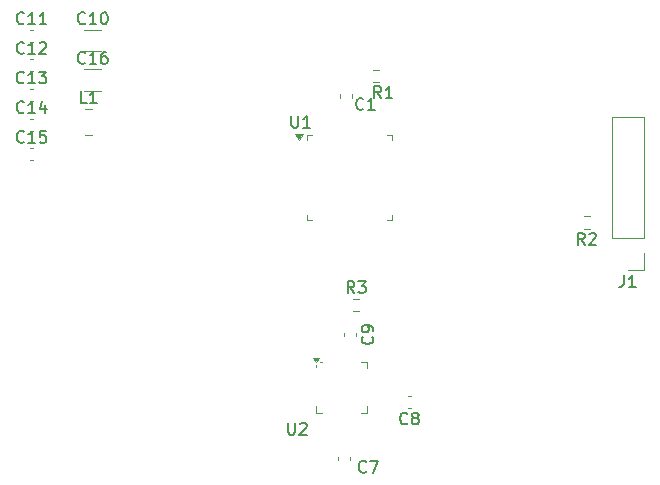
<source format=gbr>
%TF.GenerationSoftware,KiCad,Pcbnew,9.0.6*%
%TF.CreationDate,2025-12-28T22:24:58-08:00*%
%TF.ProjectId,neodrone-v1,6e656f64-726f-46e6-952d-76312e6b6963,rev?*%
%TF.SameCoordinates,Original*%
%TF.FileFunction,Legend,Top*%
%TF.FilePolarity,Positive*%
%FSLAX46Y46*%
G04 Gerber Fmt 4.6, Leading zero omitted, Abs format (unit mm)*
G04 Created by KiCad (PCBNEW 9.0.6) date 2025-12-28 22:24:58*
%MOMM*%
%LPD*%
G01*
G04 APERTURE LIST*
%ADD10C,0.150000*%
%ADD11C,0.120000*%
G04 APERTURE END LIST*
D10*
X154608333Y-84954819D02*
X154275000Y-84478628D01*
X154036905Y-84954819D02*
X154036905Y-83954819D01*
X154036905Y-83954819D02*
X154417857Y-83954819D01*
X154417857Y-83954819D02*
X154513095Y-84002438D01*
X154513095Y-84002438D02*
X154560714Y-84050057D01*
X154560714Y-84050057D02*
X154608333Y-84145295D01*
X154608333Y-84145295D02*
X154608333Y-84288152D01*
X154608333Y-84288152D02*
X154560714Y-84383390D01*
X154560714Y-84383390D02*
X154513095Y-84431009D01*
X154513095Y-84431009D02*
X154417857Y-84478628D01*
X154417857Y-84478628D02*
X154036905Y-84478628D01*
X155560714Y-84954819D02*
X154989286Y-84954819D01*
X155275000Y-84954819D02*
X155275000Y-83954819D01*
X155275000Y-83954819D02*
X155179762Y-84097676D01*
X155179762Y-84097676D02*
X155084524Y-84192914D01*
X155084524Y-84192914D02*
X154989286Y-84240533D01*
X147013095Y-86454819D02*
X147013095Y-87264342D01*
X147013095Y-87264342D02*
X147060714Y-87359580D01*
X147060714Y-87359580D02*
X147108333Y-87407200D01*
X147108333Y-87407200D02*
X147203571Y-87454819D01*
X147203571Y-87454819D02*
X147394047Y-87454819D01*
X147394047Y-87454819D02*
X147489285Y-87407200D01*
X147489285Y-87407200D02*
X147536904Y-87359580D01*
X147536904Y-87359580D02*
X147584523Y-87264342D01*
X147584523Y-87264342D02*
X147584523Y-86454819D01*
X148584523Y-87454819D02*
X148013095Y-87454819D01*
X148298809Y-87454819D02*
X148298809Y-86454819D01*
X148298809Y-86454819D02*
X148203571Y-86597676D01*
X148203571Y-86597676D02*
X148108333Y-86692914D01*
X148108333Y-86692914D02*
X148013095Y-86740533D01*
X153108333Y-85859580D02*
X153060714Y-85907200D01*
X153060714Y-85907200D02*
X152917857Y-85954819D01*
X152917857Y-85954819D02*
X152822619Y-85954819D01*
X152822619Y-85954819D02*
X152679762Y-85907200D01*
X152679762Y-85907200D02*
X152584524Y-85811961D01*
X152584524Y-85811961D02*
X152536905Y-85716723D01*
X152536905Y-85716723D02*
X152489286Y-85526247D01*
X152489286Y-85526247D02*
X152489286Y-85383390D01*
X152489286Y-85383390D02*
X152536905Y-85192914D01*
X152536905Y-85192914D02*
X152584524Y-85097676D01*
X152584524Y-85097676D02*
X152679762Y-85002438D01*
X152679762Y-85002438D02*
X152822619Y-84954819D01*
X152822619Y-84954819D02*
X152917857Y-84954819D01*
X152917857Y-84954819D02*
X153060714Y-85002438D01*
X153060714Y-85002438D02*
X153108333Y-85050057D01*
X154060714Y-85954819D02*
X153489286Y-85954819D01*
X153775000Y-85954819D02*
X153775000Y-84954819D01*
X153775000Y-84954819D02*
X153679762Y-85097676D01*
X153679762Y-85097676D02*
X153584524Y-85192914D01*
X153584524Y-85192914D02*
X153489286Y-85240533D01*
X129670833Y-85404819D02*
X129194643Y-85404819D01*
X129194643Y-85404819D02*
X129194643Y-84404819D01*
X130527976Y-85404819D02*
X129956548Y-85404819D01*
X130242262Y-85404819D02*
X130242262Y-84404819D01*
X130242262Y-84404819D02*
X130147024Y-84547676D01*
X130147024Y-84547676D02*
X130051786Y-84642914D01*
X130051786Y-84642914D02*
X129956548Y-84690533D01*
X129544642Y-81959580D02*
X129497023Y-82007200D01*
X129497023Y-82007200D02*
X129354166Y-82054819D01*
X129354166Y-82054819D02*
X129258928Y-82054819D01*
X129258928Y-82054819D02*
X129116071Y-82007200D01*
X129116071Y-82007200D02*
X129020833Y-81911961D01*
X129020833Y-81911961D02*
X128973214Y-81816723D01*
X128973214Y-81816723D02*
X128925595Y-81626247D01*
X128925595Y-81626247D02*
X128925595Y-81483390D01*
X128925595Y-81483390D02*
X128973214Y-81292914D01*
X128973214Y-81292914D02*
X129020833Y-81197676D01*
X129020833Y-81197676D02*
X129116071Y-81102438D01*
X129116071Y-81102438D02*
X129258928Y-81054819D01*
X129258928Y-81054819D02*
X129354166Y-81054819D01*
X129354166Y-81054819D02*
X129497023Y-81102438D01*
X129497023Y-81102438D02*
X129544642Y-81150057D01*
X130497023Y-82054819D02*
X129925595Y-82054819D01*
X130211309Y-82054819D02*
X130211309Y-81054819D01*
X130211309Y-81054819D02*
X130116071Y-81197676D01*
X130116071Y-81197676D02*
X130020833Y-81292914D01*
X130020833Y-81292914D02*
X129925595Y-81340533D01*
X131354166Y-81054819D02*
X131163690Y-81054819D01*
X131163690Y-81054819D02*
X131068452Y-81102438D01*
X131068452Y-81102438D02*
X131020833Y-81150057D01*
X131020833Y-81150057D02*
X130925595Y-81292914D01*
X130925595Y-81292914D02*
X130877976Y-81483390D01*
X130877976Y-81483390D02*
X130877976Y-81864342D01*
X130877976Y-81864342D02*
X130925595Y-81959580D01*
X130925595Y-81959580D02*
X130973214Y-82007200D01*
X130973214Y-82007200D02*
X131068452Y-82054819D01*
X131068452Y-82054819D02*
X131258928Y-82054819D01*
X131258928Y-82054819D02*
X131354166Y-82007200D01*
X131354166Y-82007200D02*
X131401785Y-81959580D01*
X131401785Y-81959580D02*
X131449404Y-81864342D01*
X131449404Y-81864342D02*
X131449404Y-81626247D01*
X131449404Y-81626247D02*
X131401785Y-81531009D01*
X131401785Y-81531009D02*
X131354166Y-81483390D01*
X131354166Y-81483390D02*
X131258928Y-81435771D01*
X131258928Y-81435771D02*
X131068452Y-81435771D01*
X131068452Y-81435771D02*
X130973214Y-81483390D01*
X130973214Y-81483390D02*
X130925595Y-81531009D01*
X130925595Y-81531009D02*
X130877976Y-81626247D01*
X124364642Y-88649580D02*
X124317023Y-88697200D01*
X124317023Y-88697200D02*
X124174166Y-88744819D01*
X124174166Y-88744819D02*
X124078928Y-88744819D01*
X124078928Y-88744819D02*
X123936071Y-88697200D01*
X123936071Y-88697200D02*
X123840833Y-88601961D01*
X123840833Y-88601961D02*
X123793214Y-88506723D01*
X123793214Y-88506723D02*
X123745595Y-88316247D01*
X123745595Y-88316247D02*
X123745595Y-88173390D01*
X123745595Y-88173390D02*
X123793214Y-87982914D01*
X123793214Y-87982914D02*
X123840833Y-87887676D01*
X123840833Y-87887676D02*
X123936071Y-87792438D01*
X123936071Y-87792438D02*
X124078928Y-87744819D01*
X124078928Y-87744819D02*
X124174166Y-87744819D01*
X124174166Y-87744819D02*
X124317023Y-87792438D01*
X124317023Y-87792438D02*
X124364642Y-87840057D01*
X125317023Y-88744819D02*
X124745595Y-88744819D01*
X125031309Y-88744819D02*
X125031309Y-87744819D01*
X125031309Y-87744819D02*
X124936071Y-87887676D01*
X124936071Y-87887676D02*
X124840833Y-87982914D01*
X124840833Y-87982914D02*
X124745595Y-88030533D01*
X126221785Y-87744819D02*
X125745595Y-87744819D01*
X125745595Y-87744819D02*
X125697976Y-88221009D01*
X125697976Y-88221009D02*
X125745595Y-88173390D01*
X125745595Y-88173390D02*
X125840833Y-88125771D01*
X125840833Y-88125771D02*
X126078928Y-88125771D01*
X126078928Y-88125771D02*
X126174166Y-88173390D01*
X126174166Y-88173390D02*
X126221785Y-88221009D01*
X126221785Y-88221009D02*
X126269404Y-88316247D01*
X126269404Y-88316247D02*
X126269404Y-88554342D01*
X126269404Y-88554342D02*
X126221785Y-88649580D01*
X126221785Y-88649580D02*
X126174166Y-88697200D01*
X126174166Y-88697200D02*
X126078928Y-88744819D01*
X126078928Y-88744819D02*
X125840833Y-88744819D01*
X125840833Y-88744819D02*
X125745595Y-88697200D01*
X125745595Y-88697200D02*
X125697976Y-88649580D01*
X124364642Y-86139580D02*
X124317023Y-86187200D01*
X124317023Y-86187200D02*
X124174166Y-86234819D01*
X124174166Y-86234819D02*
X124078928Y-86234819D01*
X124078928Y-86234819D02*
X123936071Y-86187200D01*
X123936071Y-86187200D02*
X123840833Y-86091961D01*
X123840833Y-86091961D02*
X123793214Y-85996723D01*
X123793214Y-85996723D02*
X123745595Y-85806247D01*
X123745595Y-85806247D02*
X123745595Y-85663390D01*
X123745595Y-85663390D02*
X123793214Y-85472914D01*
X123793214Y-85472914D02*
X123840833Y-85377676D01*
X123840833Y-85377676D02*
X123936071Y-85282438D01*
X123936071Y-85282438D02*
X124078928Y-85234819D01*
X124078928Y-85234819D02*
X124174166Y-85234819D01*
X124174166Y-85234819D02*
X124317023Y-85282438D01*
X124317023Y-85282438D02*
X124364642Y-85330057D01*
X125317023Y-86234819D02*
X124745595Y-86234819D01*
X125031309Y-86234819D02*
X125031309Y-85234819D01*
X125031309Y-85234819D02*
X124936071Y-85377676D01*
X124936071Y-85377676D02*
X124840833Y-85472914D01*
X124840833Y-85472914D02*
X124745595Y-85520533D01*
X126174166Y-85568152D02*
X126174166Y-86234819D01*
X125936071Y-85187200D02*
X125697976Y-85901485D01*
X125697976Y-85901485D02*
X126317023Y-85901485D01*
X124364642Y-83629580D02*
X124317023Y-83677200D01*
X124317023Y-83677200D02*
X124174166Y-83724819D01*
X124174166Y-83724819D02*
X124078928Y-83724819D01*
X124078928Y-83724819D02*
X123936071Y-83677200D01*
X123936071Y-83677200D02*
X123840833Y-83581961D01*
X123840833Y-83581961D02*
X123793214Y-83486723D01*
X123793214Y-83486723D02*
X123745595Y-83296247D01*
X123745595Y-83296247D02*
X123745595Y-83153390D01*
X123745595Y-83153390D02*
X123793214Y-82962914D01*
X123793214Y-82962914D02*
X123840833Y-82867676D01*
X123840833Y-82867676D02*
X123936071Y-82772438D01*
X123936071Y-82772438D02*
X124078928Y-82724819D01*
X124078928Y-82724819D02*
X124174166Y-82724819D01*
X124174166Y-82724819D02*
X124317023Y-82772438D01*
X124317023Y-82772438D02*
X124364642Y-82820057D01*
X125317023Y-83724819D02*
X124745595Y-83724819D01*
X125031309Y-83724819D02*
X125031309Y-82724819D01*
X125031309Y-82724819D02*
X124936071Y-82867676D01*
X124936071Y-82867676D02*
X124840833Y-82962914D01*
X124840833Y-82962914D02*
X124745595Y-83010533D01*
X125650357Y-82724819D02*
X126269404Y-82724819D01*
X126269404Y-82724819D02*
X125936071Y-83105771D01*
X125936071Y-83105771D02*
X126078928Y-83105771D01*
X126078928Y-83105771D02*
X126174166Y-83153390D01*
X126174166Y-83153390D02*
X126221785Y-83201009D01*
X126221785Y-83201009D02*
X126269404Y-83296247D01*
X126269404Y-83296247D02*
X126269404Y-83534342D01*
X126269404Y-83534342D02*
X126221785Y-83629580D01*
X126221785Y-83629580D02*
X126174166Y-83677200D01*
X126174166Y-83677200D02*
X126078928Y-83724819D01*
X126078928Y-83724819D02*
X125793214Y-83724819D01*
X125793214Y-83724819D02*
X125697976Y-83677200D01*
X125697976Y-83677200D02*
X125650357Y-83629580D01*
X124364642Y-81119580D02*
X124317023Y-81167200D01*
X124317023Y-81167200D02*
X124174166Y-81214819D01*
X124174166Y-81214819D02*
X124078928Y-81214819D01*
X124078928Y-81214819D02*
X123936071Y-81167200D01*
X123936071Y-81167200D02*
X123840833Y-81071961D01*
X123840833Y-81071961D02*
X123793214Y-80976723D01*
X123793214Y-80976723D02*
X123745595Y-80786247D01*
X123745595Y-80786247D02*
X123745595Y-80643390D01*
X123745595Y-80643390D02*
X123793214Y-80452914D01*
X123793214Y-80452914D02*
X123840833Y-80357676D01*
X123840833Y-80357676D02*
X123936071Y-80262438D01*
X123936071Y-80262438D02*
X124078928Y-80214819D01*
X124078928Y-80214819D02*
X124174166Y-80214819D01*
X124174166Y-80214819D02*
X124317023Y-80262438D01*
X124317023Y-80262438D02*
X124364642Y-80310057D01*
X125317023Y-81214819D02*
X124745595Y-81214819D01*
X125031309Y-81214819D02*
X125031309Y-80214819D01*
X125031309Y-80214819D02*
X124936071Y-80357676D01*
X124936071Y-80357676D02*
X124840833Y-80452914D01*
X124840833Y-80452914D02*
X124745595Y-80500533D01*
X125697976Y-80310057D02*
X125745595Y-80262438D01*
X125745595Y-80262438D02*
X125840833Y-80214819D01*
X125840833Y-80214819D02*
X126078928Y-80214819D01*
X126078928Y-80214819D02*
X126174166Y-80262438D01*
X126174166Y-80262438D02*
X126221785Y-80310057D01*
X126221785Y-80310057D02*
X126269404Y-80405295D01*
X126269404Y-80405295D02*
X126269404Y-80500533D01*
X126269404Y-80500533D02*
X126221785Y-80643390D01*
X126221785Y-80643390D02*
X125650357Y-81214819D01*
X125650357Y-81214819D02*
X126269404Y-81214819D01*
X124364642Y-78609580D02*
X124317023Y-78657200D01*
X124317023Y-78657200D02*
X124174166Y-78704819D01*
X124174166Y-78704819D02*
X124078928Y-78704819D01*
X124078928Y-78704819D02*
X123936071Y-78657200D01*
X123936071Y-78657200D02*
X123840833Y-78561961D01*
X123840833Y-78561961D02*
X123793214Y-78466723D01*
X123793214Y-78466723D02*
X123745595Y-78276247D01*
X123745595Y-78276247D02*
X123745595Y-78133390D01*
X123745595Y-78133390D02*
X123793214Y-77942914D01*
X123793214Y-77942914D02*
X123840833Y-77847676D01*
X123840833Y-77847676D02*
X123936071Y-77752438D01*
X123936071Y-77752438D02*
X124078928Y-77704819D01*
X124078928Y-77704819D02*
X124174166Y-77704819D01*
X124174166Y-77704819D02*
X124317023Y-77752438D01*
X124317023Y-77752438D02*
X124364642Y-77800057D01*
X125317023Y-78704819D02*
X124745595Y-78704819D01*
X125031309Y-78704819D02*
X125031309Y-77704819D01*
X125031309Y-77704819D02*
X124936071Y-77847676D01*
X124936071Y-77847676D02*
X124840833Y-77942914D01*
X124840833Y-77942914D02*
X124745595Y-77990533D01*
X126269404Y-78704819D02*
X125697976Y-78704819D01*
X125983690Y-78704819D02*
X125983690Y-77704819D01*
X125983690Y-77704819D02*
X125888452Y-77847676D01*
X125888452Y-77847676D02*
X125793214Y-77942914D01*
X125793214Y-77942914D02*
X125697976Y-77990533D01*
X129544642Y-78609580D02*
X129497023Y-78657200D01*
X129497023Y-78657200D02*
X129354166Y-78704819D01*
X129354166Y-78704819D02*
X129258928Y-78704819D01*
X129258928Y-78704819D02*
X129116071Y-78657200D01*
X129116071Y-78657200D02*
X129020833Y-78561961D01*
X129020833Y-78561961D02*
X128973214Y-78466723D01*
X128973214Y-78466723D02*
X128925595Y-78276247D01*
X128925595Y-78276247D02*
X128925595Y-78133390D01*
X128925595Y-78133390D02*
X128973214Y-77942914D01*
X128973214Y-77942914D02*
X129020833Y-77847676D01*
X129020833Y-77847676D02*
X129116071Y-77752438D01*
X129116071Y-77752438D02*
X129258928Y-77704819D01*
X129258928Y-77704819D02*
X129354166Y-77704819D01*
X129354166Y-77704819D02*
X129497023Y-77752438D01*
X129497023Y-77752438D02*
X129544642Y-77800057D01*
X130497023Y-78704819D02*
X129925595Y-78704819D01*
X130211309Y-78704819D02*
X130211309Y-77704819D01*
X130211309Y-77704819D02*
X130116071Y-77847676D01*
X130116071Y-77847676D02*
X130020833Y-77942914D01*
X130020833Y-77942914D02*
X129925595Y-77990533D01*
X131116071Y-77704819D02*
X131211309Y-77704819D01*
X131211309Y-77704819D02*
X131306547Y-77752438D01*
X131306547Y-77752438D02*
X131354166Y-77800057D01*
X131354166Y-77800057D02*
X131401785Y-77895295D01*
X131401785Y-77895295D02*
X131449404Y-78085771D01*
X131449404Y-78085771D02*
X131449404Y-78323866D01*
X131449404Y-78323866D02*
X131401785Y-78514342D01*
X131401785Y-78514342D02*
X131354166Y-78609580D01*
X131354166Y-78609580D02*
X131306547Y-78657200D01*
X131306547Y-78657200D02*
X131211309Y-78704819D01*
X131211309Y-78704819D02*
X131116071Y-78704819D01*
X131116071Y-78704819D02*
X131020833Y-78657200D01*
X131020833Y-78657200D02*
X130973214Y-78609580D01*
X130973214Y-78609580D02*
X130925595Y-78514342D01*
X130925595Y-78514342D02*
X130877976Y-78323866D01*
X130877976Y-78323866D02*
X130877976Y-78085771D01*
X130877976Y-78085771D02*
X130925595Y-77895295D01*
X130925595Y-77895295D02*
X130973214Y-77800057D01*
X130973214Y-77800057D02*
X131020833Y-77752438D01*
X131020833Y-77752438D02*
X131116071Y-77704819D01*
X175166666Y-99954819D02*
X175166666Y-100669104D01*
X175166666Y-100669104D02*
X175119047Y-100811961D01*
X175119047Y-100811961D02*
X175023809Y-100907200D01*
X175023809Y-100907200D02*
X174880952Y-100954819D01*
X174880952Y-100954819D02*
X174785714Y-100954819D01*
X176166666Y-100954819D02*
X175595238Y-100954819D01*
X175880952Y-100954819D02*
X175880952Y-99954819D01*
X175880952Y-99954819D02*
X175785714Y-100097676D01*
X175785714Y-100097676D02*
X175690476Y-100192914D01*
X175690476Y-100192914D02*
X175595238Y-100240533D01*
X171833333Y-97384819D02*
X171500000Y-96908628D01*
X171261905Y-97384819D02*
X171261905Y-96384819D01*
X171261905Y-96384819D02*
X171642857Y-96384819D01*
X171642857Y-96384819D02*
X171738095Y-96432438D01*
X171738095Y-96432438D02*
X171785714Y-96480057D01*
X171785714Y-96480057D02*
X171833333Y-96575295D01*
X171833333Y-96575295D02*
X171833333Y-96718152D01*
X171833333Y-96718152D02*
X171785714Y-96813390D01*
X171785714Y-96813390D02*
X171738095Y-96861009D01*
X171738095Y-96861009D02*
X171642857Y-96908628D01*
X171642857Y-96908628D02*
X171261905Y-96908628D01*
X172214286Y-96480057D02*
X172261905Y-96432438D01*
X172261905Y-96432438D02*
X172357143Y-96384819D01*
X172357143Y-96384819D02*
X172595238Y-96384819D01*
X172595238Y-96384819D02*
X172690476Y-96432438D01*
X172690476Y-96432438D02*
X172738095Y-96480057D01*
X172738095Y-96480057D02*
X172785714Y-96575295D01*
X172785714Y-96575295D02*
X172785714Y-96670533D01*
X172785714Y-96670533D02*
X172738095Y-96813390D01*
X172738095Y-96813390D02*
X172166667Y-97384819D01*
X172166667Y-97384819D02*
X172785714Y-97384819D01*
X146738095Y-112454819D02*
X146738095Y-113264342D01*
X146738095Y-113264342D02*
X146785714Y-113359580D01*
X146785714Y-113359580D02*
X146833333Y-113407200D01*
X146833333Y-113407200D02*
X146928571Y-113454819D01*
X146928571Y-113454819D02*
X147119047Y-113454819D01*
X147119047Y-113454819D02*
X147214285Y-113407200D01*
X147214285Y-113407200D02*
X147261904Y-113359580D01*
X147261904Y-113359580D02*
X147309523Y-113264342D01*
X147309523Y-113264342D02*
X147309523Y-112454819D01*
X147738095Y-112550057D02*
X147785714Y-112502438D01*
X147785714Y-112502438D02*
X147880952Y-112454819D01*
X147880952Y-112454819D02*
X148119047Y-112454819D01*
X148119047Y-112454819D02*
X148214285Y-112502438D01*
X148214285Y-112502438D02*
X148261904Y-112550057D01*
X148261904Y-112550057D02*
X148309523Y-112645295D01*
X148309523Y-112645295D02*
X148309523Y-112740533D01*
X148309523Y-112740533D02*
X148261904Y-112883390D01*
X148261904Y-112883390D02*
X147690476Y-113454819D01*
X147690476Y-113454819D02*
X148309523Y-113454819D01*
X152333333Y-101454819D02*
X152000000Y-100978628D01*
X151761905Y-101454819D02*
X151761905Y-100454819D01*
X151761905Y-100454819D02*
X152142857Y-100454819D01*
X152142857Y-100454819D02*
X152238095Y-100502438D01*
X152238095Y-100502438D02*
X152285714Y-100550057D01*
X152285714Y-100550057D02*
X152333333Y-100645295D01*
X152333333Y-100645295D02*
X152333333Y-100788152D01*
X152333333Y-100788152D02*
X152285714Y-100883390D01*
X152285714Y-100883390D02*
X152238095Y-100931009D01*
X152238095Y-100931009D02*
X152142857Y-100978628D01*
X152142857Y-100978628D02*
X151761905Y-100978628D01*
X152666667Y-100454819D02*
X153285714Y-100454819D01*
X153285714Y-100454819D02*
X152952381Y-100835771D01*
X152952381Y-100835771D02*
X153095238Y-100835771D01*
X153095238Y-100835771D02*
X153190476Y-100883390D01*
X153190476Y-100883390D02*
X153238095Y-100931009D01*
X153238095Y-100931009D02*
X153285714Y-101026247D01*
X153285714Y-101026247D02*
X153285714Y-101264342D01*
X153285714Y-101264342D02*
X153238095Y-101359580D01*
X153238095Y-101359580D02*
X153190476Y-101407200D01*
X153190476Y-101407200D02*
X153095238Y-101454819D01*
X153095238Y-101454819D02*
X152809524Y-101454819D01*
X152809524Y-101454819D02*
X152714286Y-101407200D01*
X152714286Y-101407200D02*
X152666667Y-101359580D01*
X153859580Y-105166666D02*
X153907200Y-105214285D01*
X153907200Y-105214285D02*
X153954819Y-105357142D01*
X153954819Y-105357142D02*
X153954819Y-105452380D01*
X153954819Y-105452380D02*
X153907200Y-105595237D01*
X153907200Y-105595237D02*
X153811961Y-105690475D01*
X153811961Y-105690475D02*
X153716723Y-105738094D01*
X153716723Y-105738094D02*
X153526247Y-105785713D01*
X153526247Y-105785713D02*
X153383390Y-105785713D01*
X153383390Y-105785713D02*
X153192914Y-105738094D01*
X153192914Y-105738094D02*
X153097676Y-105690475D01*
X153097676Y-105690475D02*
X153002438Y-105595237D01*
X153002438Y-105595237D02*
X152954819Y-105452380D01*
X152954819Y-105452380D02*
X152954819Y-105357142D01*
X152954819Y-105357142D02*
X153002438Y-105214285D01*
X153002438Y-105214285D02*
X153050057Y-105166666D01*
X153954819Y-104690475D02*
X153954819Y-104499999D01*
X153954819Y-104499999D02*
X153907200Y-104404761D01*
X153907200Y-104404761D02*
X153859580Y-104357142D01*
X153859580Y-104357142D02*
X153716723Y-104261904D01*
X153716723Y-104261904D02*
X153526247Y-104214285D01*
X153526247Y-104214285D02*
X153145295Y-104214285D01*
X153145295Y-104214285D02*
X153050057Y-104261904D01*
X153050057Y-104261904D02*
X153002438Y-104309523D01*
X153002438Y-104309523D02*
X152954819Y-104404761D01*
X152954819Y-104404761D02*
X152954819Y-104595237D01*
X152954819Y-104595237D02*
X153002438Y-104690475D01*
X153002438Y-104690475D02*
X153050057Y-104738094D01*
X153050057Y-104738094D02*
X153145295Y-104785713D01*
X153145295Y-104785713D02*
X153383390Y-104785713D01*
X153383390Y-104785713D02*
X153478628Y-104738094D01*
X153478628Y-104738094D02*
X153526247Y-104690475D01*
X153526247Y-104690475D02*
X153573866Y-104595237D01*
X153573866Y-104595237D02*
X153573866Y-104404761D01*
X153573866Y-104404761D02*
X153526247Y-104309523D01*
X153526247Y-104309523D02*
X153478628Y-104261904D01*
X153478628Y-104261904D02*
X153383390Y-104214285D01*
X156833333Y-112492705D02*
X156785714Y-112540325D01*
X156785714Y-112540325D02*
X156642857Y-112587944D01*
X156642857Y-112587944D02*
X156547619Y-112587944D01*
X156547619Y-112587944D02*
X156404762Y-112540325D01*
X156404762Y-112540325D02*
X156309524Y-112445086D01*
X156309524Y-112445086D02*
X156261905Y-112349848D01*
X156261905Y-112349848D02*
X156214286Y-112159372D01*
X156214286Y-112159372D02*
X156214286Y-112016515D01*
X156214286Y-112016515D02*
X156261905Y-111826039D01*
X156261905Y-111826039D02*
X156309524Y-111730801D01*
X156309524Y-111730801D02*
X156404762Y-111635563D01*
X156404762Y-111635563D02*
X156547619Y-111587944D01*
X156547619Y-111587944D02*
X156642857Y-111587944D01*
X156642857Y-111587944D02*
X156785714Y-111635563D01*
X156785714Y-111635563D02*
X156833333Y-111683182D01*
X157404762Y-112016515D02*
X157309524Y-111968896D01*
X157309524Y-111968896D02*
X157261905Y-111921277D01*
X157261905Y-111921277D02*
X157214286Y-111826039D01*
X157214286Y-111826039D02*
X157214286Y-111778420D01*
X157214286Y-111778420D02*
X157261905Y-111683182D01*
X157261905Y-111683182D02*
X157309524Y-111635563D01*
X157309524Y-111635563D02*
X157404762Y-111587944D01*
X157404762Y-111587944D02*
X157595238Y-111587944D01*
X157595238Y-111587944D02*
X157690476Y-111635563D01*
X157690476Y-111635563D02*
X157738095Y-111683182D01*
X157738095Y-111683182D02*
X157785714Y-111778420D01*
X157785714Y-111778420D02*
X157785714Y-111826039D01*
X157785714Y-111826039D02*
X157738095Y-111921277D01*
X157738095Y-111921277D02*
X157690476Y-111968896D01*
X157690476Y-111968896D02*
X157595238Y-112016515D01*
X157595238Y-112016515D02*
X157404762Y-112016515D01*
X157404762Y-112016515D02*
X157309524Y-112064134D01*
X157309524Y-112064134D02*
X157261905Y-112111753D01*
X157261905Y-112111753D02*
X157214286Y-112206991D01*
X157214286Y-112206991D02*
X157214286Y-112397467D01*
X157214286Y-112397467D02*
X157261905Y-112492705D01*
X157261905Y-112492705D02*
X157309524Y-112540325D01*
X157309524Y-112540325D02*
X157404762Y-112587944D01*
X157404762Y-112587944D02*
X157595238Y-112587944D01*
X157595238Y-112587944D02*
X157690476Y-112540325D01*
X157690476Y-112540325D02*
X157738095Y-112492705D01*
X157738095Y-112492705D02*
X157785714Y-112397467D01*
X157785714Y-112397467D02*
X157785714Y-112206991D01*
X157785714Y-112206991D02*
X157738095Y-112111753D01*
X157738095Y-112111753D02*
X157690476Y-112064134D01*
X157690476Y-112064134D02*
X157595238Y-112016515D01*
X153333333Y-116573627D02*
X153285714Y-116621247D01*
X153285714Y-116621247D02*
X153142857Y-116668866D01*
X153142857Y-116668866D02*
X153047619Y-116668866D01*
X153047619Y-116668866D02*
X152904762Y-116621247D01*
X152904762Y-116621247D02*
X152809524Y-116526008D01*
X152809524Y-116526008D02*
X152761905Y-116430770D01*
X152761905Y-116430770D02*
X152714286Y-116240294D01*
X152714286Y-116240294D02*
X152714286Y-116097437D01*
X152714286Y-116097437D02*
X152761905Y-115906961D01*
X152761905Y-115906961D02*
X152809524Y-115811723D01*
X152809524Y-115811723D02*
X152904762Y-115716485D01*
X152904762Y-115716485D02*
X153047619Y-115668866D01*
X153047619Y-115668866D02*
X153142857Y-115668866D01*
X153142857Y-115668866D02*
X153285714Y-115716485D01*
X153285714Y-115716485D02*
X153333333Y-115764104D01*
X153666667Y-115668866D02*
X154333333Y-115668866D01*
X154333333Y-115668866D02*
X153904762Y-116668866D01*
D11*
%TO.C,R1*%
X154433455Y-82555174D02*
X153924007Y-82555174D01*
X154433455Y-83600174D02*
X153924007Y-83600174D01*
%TO.C,U1*%
X148305000Y-88052500D02*
X148755000Y-88052500D01*
X148305000Y-88502500D02*
X148305000Y-88052500D01*
X148305000Y-95272500D02*
X148305000Y-94822500D01*
X148755000Y-95272500D02*
X148305000Y-95272500D01*
X155075000Y-88052500D02*
X155525000Y-88052500D01*
X155525000Y-88052500D02*
X155525000Y-88502500D01*
X155525000Y-94822500D02*
X155525000Y-95272500D01*
X155525000Y-95272500D02*
X155075000Y-95272500D01*
X147665000Y-88502500D02*
X147325000Y-88032500D01*
X148005000Y-88032500D01*
X147665000Y-88502500D01*
G36*
X147665000Y-88502500D02*
G01*
X147325000Y-88032500D01*
X148005000Y-88032500D01*
X147665000Y-88502500D01*
G37*
%TO.C,C1*%
X151161083Y-84630196D02*
X151161083Y-84922730D01*
X152181083Y-84630196D02*
X152181083Y-84922730D01*
%TO.C,L1*%
X129576248Y-85890000D02*
X130098752Y-85890000D01*
X129576248Y-88110000D02*
X130098752Y-88110000D01*
%TO.C,C16*%
X129476248Y-82540000D02*
X130898752Y-82540000D01*
X129476248Y-84360000D02*
X130898752Y-84360000D01*
%TO.C,C15*%
X124861233Y-89210000D02*
X125153767Y-89210000D01*
X124861233Y-90230000D02*
X125153767Y-90230000D01*
%TO.C,C14*%
X124861233Y-86700000D02*
X125153767Y-86700000D01*
X124861233Y-87720000D02*
X125153767Y-87720000D01*
%TO.C,C13*%
X124861233Y-84190000D02*
X125153767Y-84190000D01*
X124861233Y-85210000D02*
X125153767Y-85210000D01*
%TO.C,C12*%
X124861233Y-81680000D02*
X125153767Y-81680000D01*
X124861233Y-82700000D02*
X125153767Y-82700000D01*
%TO.C,C11*%
X124861233Y-79170000D02*
X125153767Y-79170000D01*
X124861233Y-80190000D02*
X125153767Y-80190000D01*
%TO.C,C10*%
X129476248Y-79190000D02*
X130898752Y-79190000D01*
X129476248Y-81010000D02*
X130898752Y-81010000D01*
%TO.C,J1*%
X174120000Y-96850000D02*
X174120000Y-86580000D01*
X176880000Y-86580000D02*
X174120000Y-86580000D01*
X176880000Y-96850000D02*
X174120000Y-96850000D01*
X176880000Y-96850000D02*
X176880000Y-86580000D01*
X176880000Y-98120000D02*
X176880000Y-99500000D01*
X176880000Y-99500000D02*
X175500000Y-99500000D01*
%TO.C,R2*%
X172254724Y-94977500D02*
X171745276Y-94977500D01*
X172254724Y-96022500D02*
X171745276Y-96022500D01*
%TO.C,U2*%
X149100000Y-107765000D02*
X149100000Y-107540000D01*
X149100000Y-111600000D02*
X149100000Y-111075000D01*
X149100000Y-111600000D02*
X149625000Y-111600000D01*
X149625000Y-107300000D02*
X149400000Y-107300000D01*
X153400000Y-107300000D02*
X152875000Y-107300000D01*
X153400000Y-107300000D02*
X153400000Y-107825000D01*
X153400000Y-111600000D02*
X152875000Y-111600000D01*
X153400000Y-111600000D02*
X153400000Y-111075000D01*
X149100000Y-107300000D02*
X148860000Y-106970000D01*
X149340000Y-106970000D01*
X149100000Y-107300000D01*
G36*
X149100000Y-107300000D02*
G01*
X148860000Y-106970000D01*
X149340000Y-106970000D01*
X149100000Y-107300000D01*
G37*
%TO.C,R3*%
X152754724Y-103022500D02*
X152245276Y-103022500D01*
X152754724Y-101977500D02*
X152245276Y-101977500D01*
%TO.C,C9*%
X151490000Y-105146267D02*
X151490000Y-104853733D01*
X152510000Y-105146267D02*
X152510000Y-104853733D01*
%TO.C,C8*%
X157146267Y-111213125D02*
X156853733Y-111213125D01*
X157146267Y-110193125D02*
X156853733Y-110193125D01*
%TO.C,C7*%
X152010000Y-115353733D02*
X152010000Y-115646267D01*
X150990000Y-115353733D02*
X150990000Y-115646267D01*
%TD*%
M02*

</source>
